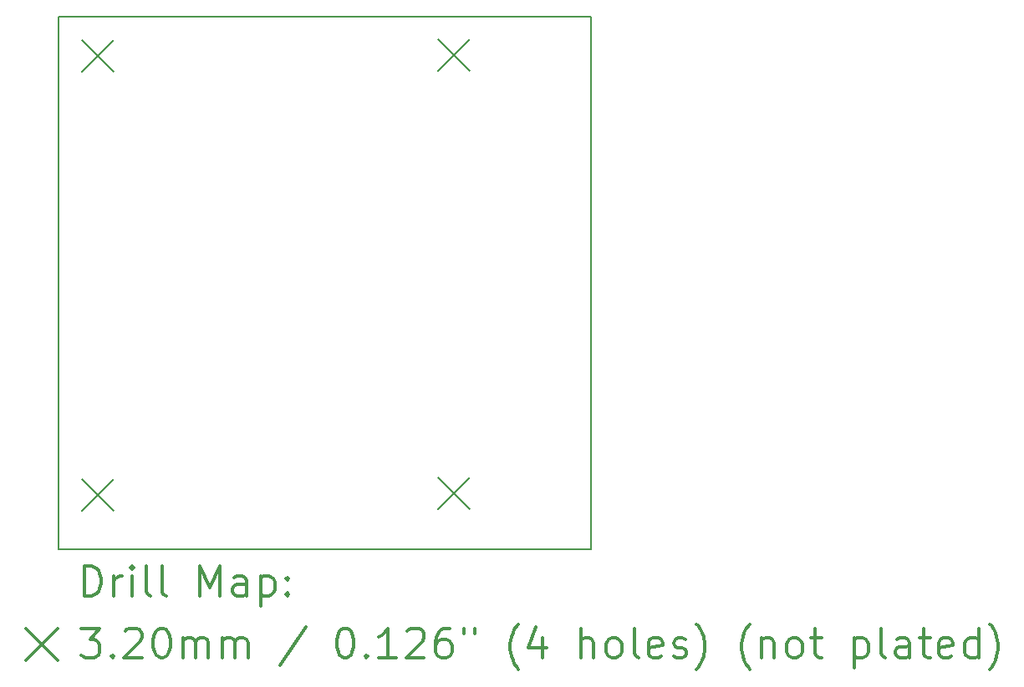
<source format=gbr>
%FSLAX45Y45*%
G04 Gerber Fmt 4.5, Leading zero omitted, Abs format (unit mm)*
G04 Created by KiCad (PCBNEW 4.0.7) date Mon Jan 29 08:21:49 2018*
%MOMM*%
%LPD*%
G01*
G04 APERTURE LIST*
%ADD10C,0.127000*%
%ADD11C,0.150000*%
%ADD12C,0.200000*%
%ADD13C,0.300000*%
G04 APERTURE END LIST*
D10*
D11*
X9200000Y-8400000D02*
X9200000Y-8200000D01*
X3800000Y-8400000D02*
X9200000Y-8400000D01*
X3800000Y-8200000D02*
X3800000Y-8400000D01*
X9200000Y-3000000D02*
X9200000Y-8200000D01*
X8200000Y-3000000D02*
X9200000Y-3000000D01*
X3800000Y-8200000D02*
X3800000Y-3000000D01*
X3800000Y-3000000D02*
X8200000Y-3000000D01*
D12*
X4040000Y-3240000D02*
X4360000Y-3560000D01*
X4360000Y-3240000D02*
X4040000Y-3560000D01*
X4040000Y-7690000D02*
X4360000Y-8010000D01*
X4360000Y-7690000D02*
X4040000Y-8010000D01*
X7646300Y-3227250D02*
X7966300Y-3547250D01*
X7966300Y-3227250D02*
X7646300Y-3547250D01*
X7646300Y-7677250D02*
X7966300Y-7997250D01*
X7966300Y-7677250D02*
X7646300Y-7997250D01*
D13*
X4063928Y-8873214D02*
X4063928Y-8573214D01*
X4135357Y-8573214D01*
X4178214Y-8587500D01*
X4206786Y-8616072D01*
X4221071Y-8644643D01*
X4235357Y-8701786D01*
X4235357Y-8744643D01*
X4221071Y-8801786D01*
X4206786Y-8830357D01*
X4178214Y-8858929D01*
X4135357Y-8873214D01*
X4063928Y-8873214D01*
X4363929Y-8873214D02*
X4363929Y-8673214D01*
X4363929Y-8730357D02*
X4378214Y-8701786D01*
X4392500Y-8687500D01*
X4421071Y-8673214D01*
X4449643Y-8673214D01*
X4549643Y-8873214D02*
X4549643Y-8673214D01*
X4549643Y-8573214D02*
X4535357Y-8587500D01*
X4549643Y-8601786D01*
X4563929Y-8587500D01*
X4549643Y-8573214D01*
X4549643Y-8601786D01*
X4735357Y-8873214D02*
X4706786Y-8858929D01*
X4692500Y-8830357D01*
X4692500Y-8573214D01*
X4892500Y-8873214D02*
X4863929Y-8858929D01*
X4849643Y-8830357D01*
X4849643Y-8573214D01*
X5235357Y-8873214D02*
X5235357Y-8573214D01*
X5335357Y-8787500D01*
X5435357Y-8573214D01*
X5435357Y-8873214D01*
X5706786Y-8873214D02*
X5706786Y-8716072D01*
X5692500Y-8687500D01*
X5663928Y-8673214D01*
X5606786Y-8673214D01*
X5578214Y-8687500D01*
X5706786Y-8858929D02*
X5678214Y-8873214D01*
X5606786Y-8873214D01*
X5578214Y-8858929D01*
X5563929Y-8830357D01*
X5563929Y-8801786D01*
X5578214Y-8773214D01*
X5606786Y-8758929D01*
X5678214Y-8758929D01*
X5706786Y-8744643D01*
X5849643Y-8673214D02*
X5849643Y-8973214D01*
X5849643Y-8687500D02*
X5878214Y-8673214D01*
X5935357Y-8673214D01*
X5963928Y-8687500D01*
X5978214Y-8701786D01*
X5992500Y-8730357D01*
X5992500Y-8816072D01*
X5978214Y-8844643D01*
X5963928Y-8858929D01*
X5935357Y-8873214D01*
X5878214Y-8873214D01*
X5849643Y-8858929D01*
X6121071Y-8844643D02*
X6135357Y-8858929D01*
X6121071Y-8873214D01*
X6106786Y-8858929D01*
X6121071Y-8844643D01*
X6121071Y-8873214D01*
X6121071Y-8687500D02*
X6135357Y-8701786D01*
X6121071Y-8716072D01*
X6106786Y-8701786D01*
X6121071Y-8687500D01*
X6121071Y-8716072D01*
X3472500Y-9207500D02*
X3792500Y-9527500D01*
X3792500Y-9207500D02*
X3472500Y-9527500D01*
X4035357Y-9203214D02*
X4221071Y-9203214D01*
X4121071Y-9317500D01*
X4163928Y-9317500D01*
X4192500Y-9331786D01*
X4206786Y-9346072D01*
X4221071Y-9374643D01*
X4221071Y-9446072D01*
X4206786Y-9474643D01*
X4192500Y-9488929D01*
X4163928Y-9503214D01*
X4078214Y-9503214D01*
X4049643Y-9488929D01*
X4035357Y-9474643D01*
X4349643Y-9474643D02*
X4363929Y-9488929D01*
X4349643Y-9503214D01*
X4335357Y-9488929D01*
X4349643Y-9474643D01*
X4349643Y-9503214D01*
X4478214Y-9231786D02*
X4492500Y-9217500D01*
X4521071Y-9203214D01*
X4592500Y-9203214D01*
X4621071Y-9217500D01*
X4635357Y-9231786D01*
X4649643Y-9260357D01*
X4649643Y-9288929D01*
X4635357Y-9331786D01*
X4463928Y-9503214D01*
X4649643Y-9503214D01*
X4835357Y-9203214D02*
X4863929Y-9203214D01*
X4892500Y-9217500D01*
X4906786Y-9231786D01*
X4921071Y-9260357D01*
X4935357Y-9317500D01*
X4935357Y-9388929D01*
X4921071Y-9446072D01*
X4906786Y-9474643D01*
X4892500Y-9488929D01*
X4863929Y-9503214D01*
X4835357Y-9503214D01*
X4806786Y-9488929D01*
X4792500Y-9474643D01*
X4778214Y-9446072D01*
X4763929Y-9388929D01*
X4763929Y-9317500D01*
X4778214Y-9260357D01*
X4792500Y-9231786D01*
X4806786Y-9217500D01*
X4835357Y-9203214D01*
X5063929Y-9503214D02*
X5063929Y-9303214D01*
X5063929Y-9331786D02*
X5078214Y-9317500D01*
X5106786Y-9303214D01*
X5149643Y-9303214D01*
X5178214Y-9317500D01*
X5192500Y-9346072D01*
X5192500Y-9503214D01*
X5192500Y-9346072D02*
X5206786Y-9317500D01*
X5235357Y-9303214D01*
X5278214Y-9303214D01*
X5306786Y-9317500D01*
X5321071Y-9346072D01*
X5321071Y-9503214D01*
X5463929Y-9503214D02*
X5463929Y-9303214D01*
X5463929Y-9331786D02*
X5478214Y-9317500D01*
X5506786Y-9303214D01*
X5549643Y-9303214D01*
X5578214Y-9317500D01*
X5592500Y-9346072D01*
X5592500Y-9503214D01*
X5592500Y-9346072D02*
X5606786Y-9317500D01*
X5635357Y-9303214D01*
X5678214Y-9303214D01*
X5706786Y-9317500D01*
X5721071Y-9346072D01*
X5721071Y-9503214D01*
X6306786Y-9188929D02*
X6049643Y-9574643D01*
X6692500Y-9203214D02*
X6721071Y-9203214D01*
X6749643Y-9217500D01*
X6763928Y-9231786D01*
X6778214Y-9260357D01*
X6792500Y-9317500D01*
X6792500Y-9388929D01*
X6778214Y-9446072D01*
X6763928Y-9474643D01*
X6749643Y-9488929D01*
X6721071Y-9503214D01*
X6692500Y-9503214D01*
X6663928Y-9488929D01*
X6649643Y-9474643D01*
X6635357Y-9446072D01*
X6621071Y-9388929D01*
X6621071Y-9317500D01*
X6635357Y-9260357D01*
X6649643Y-9231786D01*
X6663928Y-9217500D01*
X6692500Y-9203214D01*
X6921071Y-9474643D02*
X6935357Y-9488929D01*
X6921071Y-9503214D01*
X6906786Y-9488929D01*
X6921071Y-9474643D01*
X6921071Y-9503214D01*
X7221071Y-9503214D02*
X7049643Y-9503214D01*
X7135357Y-9503214D02*
X7135357Y-9203214D01*
X7106785Y-9246072D01*
X7078214Y-9274643D01*
X7049643Y-9288929D01*
X7335357Y-9231786D02*
X7349643Y-9217500D01*
X7378214Y-9203214D01*
X7449643Y-9203214D01*
X7478214Y-9217500D01*
X7492500Y-9231786D01*
X7506785Y-9260357D01*
X7506785Y-9288929D01*
X7492500Y-9331786D01*
X7321071Y-9503214D01*
X7506785Y-9503214D01*
X7763928Y-9203214D02*
X7706785Y-9203214D01*
X7678214Y-9217500D01*
X7663928Y-9231786D01*
X7635357Y-9274643D01*
X7621071Y-9331786D01*
X7621071Y-9446072D01*
X7635357Y-9474643D01*
X7649643Y-9488929D01*
X7678214Y-9503214D01*
X7735357Y-9503214D01*
X7763928Y-9488929D01*
X7778214Y-9474643D01*
X7792500Y-9446072D01*
X7792500Y-9374643D01*
X7778214Y-9346072D01*
X7763928Y-9331786D01*
X7735357Y-9317500D01*
X7678214Y-9317500D01*
X7649643Y-9331786D01*
X7635357Y-9346072D01*
X7621071Y-9374643D01*
X7906786Y-9203214D02*
X7906786Y-9260357D01*
X8021071Y-9203214D02*
X8021071Y-9260357D01*
X8463928Y-9617500D02*
X8449643Y-9603214D01*
X8421071Y-9560357D01*
X8406786Y-9531786D01*
X8392500Y-9488929D01*
X8378214Y-9417500D01*
X8378214Y-9360357D01*
X8392500Y-9288929D01*
X8406786Y-9246072D01*
X8421071Y-9217500D01*
X8449643Y-9174643D01*
X8463928Y-9160357D01*
X8706786Y-9303214D02*
X8706786Y-9503214D01*
X8635357Y-9188929D02*
X8563928Y-9403214D01*
X8749643Y-9403214D01*
X9092500Y-9503214D02*
X9092500Y-9203214D01*
X9221071Y-9503214D02*
X9221071Y-9346072D01*
X9206786Y-9317500D01*
X9178214Y-9303214D01*
X9135357Y-9303214D01*
X9106786Y-9317500D01*
X9092500Y-9331786D01*
X9406786Y-9503214D02*
X9378214Y-9488929D01*
X9363928Y-9474643D01*
X9349643Y-9446072D01*
X9349643Y-9360357D01*
X9363928Y-9331786D01*
X9378214Y-9317500D01*
X9406786Y-9303214D01*
X9449643Y-9303214D01*
X9478214Y-9317500D01*
X9492500Y-9331786D01*
X9506786Y-9360357D01*
X9506786Y-9446072D01*
X9492500Y-9474643D01*
X9478214Y-9488929D01*
X9449643Y-9503214D01*
X9406786Y-9503214D01*
X9678214Y-9503214D02*
X9649643Y-9488929D01*
X9635357Y-9460357D01*
X9635357Y-9203214D01*
X9906786Y-9488929D02*
X9878214Y-9503214D01*
X9821071Y-9503214D01*
X9792500Y-9488929D01*
X9778214Y-9460357D01*
X9778214Y-9346072D01*
X9792500Y-9317500D01*
X9821071Y-9303214D01*
X9878214Y-9303214D01*
X9906786Y-9317500D01*
X9921071Y-9346072D01*
X9921071Y-9374643D01*
X9778214Y-9403214D01*
X10035357Y-9488929D02*
X10063929Y-9503214D01*
X10121071Y-9503214D01*
X10149643Y-9488929D01*
X10163929Y-9460357D01*
X10163929Y-9446072D01*
X10149643Y-9417500D01*
X10121071Y-9403214D01*
X10078214Y-9403214D01*
X10049643Y-9388929D01*
X10035357Y-9360357D01*
X10035357Y-9346072D01*
X10049643Y-9317500D01*
X10078214Y-9303214D01*
X10121071Y-9303214D01*
X10149643Y-9317500D01*
X10263928Y-9617500D02*
X10278214Y-9603214D01*
X10306786Y-9560357D01*
X10321071Y-9531786D01*
X10335357Y-9488929D01*
X10349643Y-9417500D01*
X10349643Y-9360357D01*
X10335357Y-9288929D01*
X10321071Y-9246072D01*
X10306786Y-9217500D01*
X10278214Y-9174643D01*
X10263928Y-9160357D01*
X10806786Y-9617500D02*
X10792500Y-9603214D01*
X10763928Y-9560357D01*
X10749643Y-9531786D01*
X10735357Y-9488929D01*
X10721071Y-9417500D01*
X10721071Y-9360357D01*
X10735357Y-9288929D01*
X10749643Y-9246072D01*
X10763928Y-9217500D01*
X10792500Y-9174643D01*
X10806786Y-9160357D01*
X10921071Y-9303214D02*
X10921071Y-9503214D01*
X10921071Y-9331786D02*
X10935357Y-9317500D01*
X10963928Y-9303214D01*
X11006786Y-9303214D01*
X11035357Y-9317500D01*
X11049643Y-9346072D01*
X11049643Y-9503214D01*
X11235357Y-9503214D02*
X11206786Y-9488929D01*
X11192500Y-9474643D01*
X11178214Y-9446072D01*
X11178214Y-9360357D01*
X11192500Y-9331786D01*
X11206786Y-9317500D01*
X11235357Y-9303214D01*
X11278214Y-9303214D01*
X11306786Y-9317500D01*
X11321071Y-9331786D01*
X11335357Y-9360357D01*
X11335357Y-9446072D01*
X11321071Y-9474643D01*
X11306786Y-9488929D01*
X11278214Y-9503214D01*
X11235357Y-9503214D01*
X11421071Y-9303214D02*
X11535357Y-9303214D01*
X11463928Y-9203214D02*
X11463928Y-9460357D01*
X11478214Y-9488929D01*
X11506786Y-9503214D01*
X11535357Y-9503214D01*
X11863928Y-9303214D02*
X11863928Y-9603214D01*
X11863928Y-9317500D02*
X11892500Y-9303214D01*
X11949643Y-9303214D01*
X11978214Y-9317500D01*
X11992500Y-9331786D01*
X12006786Y-9360357D01*
X12006786Y-9446072D01*
X11992500Y-9474643D01*
X11978214Y-9488929D01*
X11949643Y-9503214D01*
X11892500Y-9503214D01*
X11863928Y-9488929D01*
X12178214Y-9503214D02*
X12149643Y-9488929D01*
X12135357Y-9460357D01*
X12135357Y-9203214D01*
X12421071Y-9503214D02*
X12421071Y-9346072D01*
X12406786Y-9317500D01*
X12378214Y-9303214D01*
X12321071Y-9303214D01*
X12292500Y-9317500D01*
X12421071Y-9488929D02*
X12392500Y-9503214D01*
X12321071Y-9503214D01*
X12292500Y-9488929D01*
X12278214Y-9460357D01*
X12278214Y-9431786D01*
X12292500Y-9403214D01*
X12321071Y-9388929D01*
X12392500Y-9388929D01*
X12421071Y-9374643D01*
X12521071Y-9303214D02*
X12635357Y-9303214D01*
X12563929Y-9203214D02*
X12563929Y-9460357D01*
X12578214Y-9488929D01*
X12606786Y-9503214D01*
X12635357Y-9503214D01*
X12849643Y-9488929D02*
X12821071Y-9503214D01*
X12763929Y-9503214D01*
X12735357Y-9488929D01*
X12721071Y-9460357D01*
X12721071Y-9346072D01*
X12735357Y-9317500D01*
X12763929Y-9303214D01*
X12821071Y-9303214D01*
X12849643Y-9317500D01*
X12863929Y-9346072D01*
X12863929Y-9374643D01*
X12721071Y-9403214D01*
X13121071Y-9503214D02*
X13121071Y-9203214D01*
X13121071Y-9488929D02*
X13092500Y-9503214D01*
X13035357Y-9503214D01*
X13006786Y-9488929D01*
X12992500Y-9474643D01*
X12978214Y-9446072D01*
X12978214Y-9360357D01*
X12992500Y-9331786D01*
X13006786Y-9317500D01*
X13035357Y-9303214D01*
X13092500Y-9303214D01*
X13121071Y-9317500D01*
X13235357Y-9617500D02*
X13249643Y-9603214D01*
X13278214Y-9560357D01*
X13292500Y-9531786D01*
X13306786Y-9488929D01*
X13321071Y-9417500D01*
X13321071Y-9360357D01*
X13306786Y-9288929D01*
X13292500Y-9246072D01*
X13278214Y-9217500D01*
X13249643Y-9174643D01*
X13235357Y-9160357D01*
M02*

</source>
